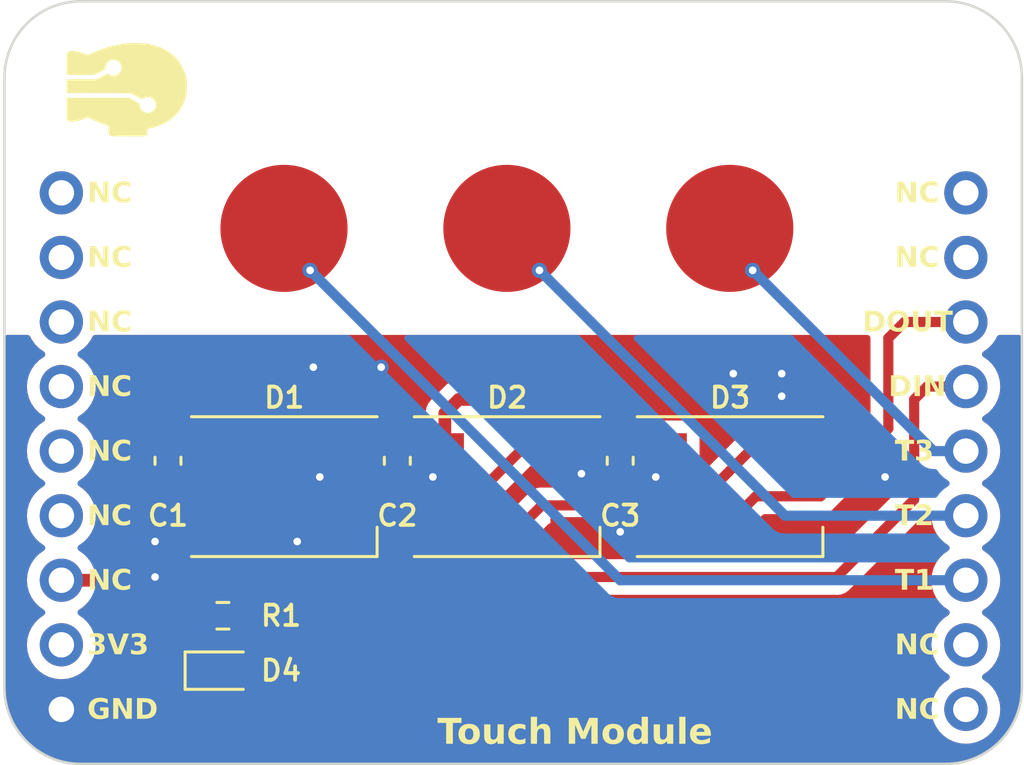
<source format=kicad_pcb>
(kicad_pcb (version 20221018) (generator pcbnew)
  (layers (0 "F.Cu" signal) (31 "B.Cu" signal) (34 "B.Paste" user) (35 "F.Paste" user) (36 "B.SilkS" user "B.Silkscreen") (37 "F.SilkS" user "F.Silkscreen") (38 "B.Mask" user) (39 "F.Mask" user) (44 "Edge.Cuts" user))
  (net 0 "")
  (net 1 "+5V")
  (net 2 "GND")
  (net 3 "TOUCH1")
  (net 4 "TOUCH2")
  (net 5 "TOUCH3")
  (net 17 "Net-(D1-DOUT)")
  (net 18 "DIN")
  (net 19 "Net-(D2-DOUT)")
  (net 20 "DOUT")
  (net 21 "Net-(D4-A)")
  (footprint "Library:touch" (layer "F.Cu") (at 66.421 50.673)
    (fp_text reference "U1" hide)
    (fp_text value "~" hide)
    (pad "1" smd circle (at -0.01 0) (size 5 5) (layers "F.Cu" "F.Paste" "F.Mask") (net 3 "TOUCH1"))
  )
  (footprint "LED_SMD:LED_WS2812B_PLCC4_5.0x5.0mm_P3.2mm" (layer "F.Cu") (at 83.947 60.833)
    (fp_text reference "D3" (at 0 -3.5) (layer "F.SilkS") (effects (font (size 0.8 0.8) (thickness 0.15) bold)))
    (fp_text value "WS2812B" hide)
    (fp_line (start -3.65 -2.75) (end 3.65 -2.75) (stroke (width 0.12)) (layer "F.SilkS"))
    (fp_line (start -3.65 2.75) (end 3.65 2.75) (stroke (width 0.12)) (layer "F.SilkS"))
    (fp_line (start 3.65 2.75) (end 3.65 1.6) (stroke (width 0.12)) (layer "F.SilkS"))
    (pad "1" smd rect (at -2.45 -1.65) (size 1.5 0.9) (layers "F.Cu" "F.Paste" "F.Mask") (net 1 "+5V"))
    (pad "2" smd rect (at -2.45 1.65) (size 1.5 0.9) (layers "F.Cu" "F.Paste" "F.Mask") (net 20 "DOUT"))
    (pad "3" smd rect (at 2.45 1.65) (size 1.5 0.9) (layers "F.Cu" "F.Paste" "F.Mask") (net 2 "GND"))
    (pad "4" smd rect (at 2.45 -1.65) (size 1.5 0.9) (layers "F.Cu" "F.Paste" "F.Mask") (net 19 "Net-(D2-DOUT)"))
  )
  (footprint "Capacitor_SMD:C_0603_1608Metric" (layer "F.Cu") (at 61.849 59.817 -90)
    (fp_text reference "C1" (at 2.159 0 -180) (layer "F.SilkS") (effects (font (size 0.8 0.8) (thickness 0.15) bold)))
    (fp_text value "0.1uF" hide)
    (fp_line (start -0.14058 -0.51) (end 0.14058 -0.51) (stroke (width 0.12)) (layer "F.SilkS"))
    (fp_line (start -0.14058 0.51) (end 0.14058 0.51) (stroke (width 0.12)) (layer "F.SilkS"))
    (pad "1" smd roundrect (at -0.775 0 270) (size 0.9 0.95) (layers "F.Cu" "F.Paste" "F.Mask") (net 1 "+5V"))
    (pad "2" smd roundrect (at 0.775 0 270) (size 0.9 0.95) (layers "F.Cu" "F.Paste" "F.Mask") (net 2 "GND"))
  )
  (footprint "Library:touch" (layer "F.Cu") (at 83.947 50.673)
    (fp_text reference "U3" hide)
    (fp_text value "~" hide)
    (pad "1" smd circle (at -0.01 0) (size 5 5) (layers "F.Cu" "F.Paste" "F.Mask") (net 5 "TOUCH3"))
  )
  (footprint "LED_SMD:LED_0603_1608Metric" (layer "F.Cu") (at 64.008 68.072)
    (fp_text reference "D4" (at 2.286 0) (layer "F.SilkS") (effects (font (size 0.8 0.8) (thickness 0.15) bold)))
    (fp_text value "LED" hide)
    (fp_line (start -1.485 -0.735) (end -1.485 0.735) (stroke (width 0.12)) (layer "F.SilkS"))
    (fp_line (start -1.485 0.735) (end 0.8 0.735) (stroke (width 0.12)) (layer "F.SilkS"))
    (fp_line (start 0.8 -0.735) (end -1.485 -0.735) (stroke (width 0.12)) (layer "F.SilkS"))
    (pad "1" smd roundrect (at -0.7875 0) (size 0.875 0.95) (layers "F.Cu" "F.Paste" "F.Mask") (net 2 "GND"))
    (pad "2" smd roundrect (at 0.7875 0) (size 0.875 0.95) (layers "F.Cu" "F.Paste" "F.Mask") (net 21 "Net-(D4-A)"))
  )
  (footprint "Moduler_:pin_header" (layer "F.Cu") (at 75.184 59.944)
    (fp_text reference "U4" hide)
    (fp_text value "~" hide)
    (fp_text user "NC" (at 15.24 10.16 unlocked) (layer "F.SilkS") (effects (font (size 0.8 0.8) (thickness 0.2) bold) (justify left bottom)))
    (fp_text user "GND" (at -16.51 10.16 unlocked) (layer "F.SilkS") (effects (font (size 0.8 0.8) (thickness 0.2) bold) (justify left bottom)))
    (fp_text user "NC" (at 15.24 7.62 unlocked) (layer "F.SilkS") (effects (font (size 0.8 0.8) (thickness 0.2) bold) (justify left bottom)))
    (fp_text user "DOUT" (at 13.97 -5.08 unlocked) (layer "F.SilkS") (effects (font (size 0.8 0.8) (thickness 0.2) bold) (justify left bottom)))
    (fp_text user "3V3" (at -16.51 7.62 unlocked) (layer "F.SilkS") (effects (font (size 0.8 0.8) (thickness 0.2) bold) (justify left bottom)))
    (fp_text user "T3" (at 15.24 0 unlocked) (layer "F.SilkS") (effects (font (size 0.8 0.8) (thickness 0.2) bold) (justify left bottom)))
    (fp_text user "NC" (at -16.51 2.54 unlocked) (layer "F.SilkS") (effects (font (size 0.8 0.8) (thickness 0.2) bold) (justify left bottom)))
    (fp_text user "T1" (at 15.24 5.08 unlocked) (layer "F.SilkS") (effects (font (size 0.8 0.8) (thickness 0.2) bold) (justify left bottom)))
    (fp_text user "T2" (at 15.24 2.54 unlocked) (layer "F.SilkS") (effects (font (size 0.8 0.8) (thickness 0.2) bold) (justify left bottom)))
    (fp_text user "Touch Module" (at -2.7432 11.176 unlocked) (layer "F.SilkS") (effects (font (thickness 0.2) bold) (justify left bottom)))
    (fp_text user "NC" (at -16.51 -7.62 unlocked) (layer "F.SilkS") (effects (font (size 0.8 0.8) (thickness 0.2) bold) (justify left bottom)))
    (fp_text user "NC" (at -16.51 0 unlocked) (layer "F.SilkS") (effects (font (size 0.8 0.8) (thickness 0.2) bold) (justify left bottom)))
    (fp_text user "NC" (at 15.24 -10.16 unlocked) (layer "F.SilkS") (effects (font (size 0.8 0.8) (thickness 0.2) bold) (justify left bottom)))
    (fp_text user "NC" (at 15.24 -7.62 unlocked) (layer "F.SilkS") (effects (font (size 0.8 0.8) (thickness 0.2) bold) (justify left bottom)))
    (fp_text user "NC" (at -16.51 -5.08 unlocked) (layer "F.SilkS") (effects (font (size 0.8 0.8) (thickness 0.2) bold) (justify left bottom)))
    (fp_text user "NC" (at -16.51 -10.16 unlocked) (layer "F.SilkS") (effects (font (size 0.8 0.8) (thickness 0.2) bold) (justify left bottom)))
    (fp_text user "NC" (at -16.51 5.08 unlocked) (layer "F.SilkS") (effects (font (size 0.8 0.8) (thickness 0.2) bold) (justify left bottom)))
    (fp_text user "NC" (at -16.51 -2.54 unlocked) (layer "F.SilkS") (effects (font (size 0.8 0.8) (thickness 0.2) bold) (justify left bottom)))
    (fp_text user "DIN" (at 14.986 -2.54 unlocked) (layer "F.SilkS") (effects (font (size 0.8 0.8) (thickness 0.2) bold) (justify left bottom)))
    (fp_poly (pts (xy -14.485582 -16.559009) (xy -14.360573 -16.554745) (xy -14.248636 -16.54798) (xy -14.157002 -16.538775) (xy -14.117924 -16.532703) (xy -13.929469 -16.491549) (xy -13.759531 -16.440533) (xy -13.595569 -16.375574) (xy -13.505604 -16.333511) (xy -13.302009 -16.218091) (xy -13.123321 -16.083397) (xy -12.969118 -15.928915) (xy -12.838978 -15.754131) (xy -12.73248 -15.558531) (xy -12.6492 -15.3416) (xy -12.625721 -15.261504) (xy -12.612959 -15.20932) (xy -12.603846 -15.156964) (xy -12.597806 -15.097579) (xy -12.594264 -15.024306) (xy -12.592645 -14.930288) (xy -12.59236 -14.863654) (xy -12.592671 -14.758539) (xy -12.594379 -14.67766) (xy -12.598173 -14.613669) (xy -12.604739 -14.559219) (xy -12.614766 -14.506962) (xy -12.628942 -14.449549) (xy -12.632287 -14.43698) (xy -12.705714 -14.221543) (xy -12.805363 -14.022972) (xy -12.930147 -13.842253) (xy -13.078978 -13.68037) (xy -13.250768 -13.538308) (xy -13.444431 -13.417053) (xy -13.658878 -13.317589) (xy -13.893022 -13.240901) (xy -13.975535 -13.220506) (xy -14.129547 -13.185381) (xy -14.129547 -13.083439) (xy -14.131087 -13.025365) (xy -14.138019 -12.987709) (xy -14.153807 -12.959356) (xy -14.17572 -12.935324) (xy -14.221893 -12.889151) (xy -14.898388 -12.889632) (xy -15.093554 -12.890179) (xy -15.257188 -12.891522) (xy -15.389336 -12.893662) (xy -15.490047 -12.896601) (xy -15.559371 -12.900339) (xy -15.597354 -12.904877) (xy -15.604006 -12.907041) (xy -15.639705 -12.944721) (xy -15.663541 -13.009816) (xy -15.675744 -13.103144) (xy -15.677582 -13.169023) (xy -15.677607 -13.307746) (xy -15.877323 -13.375342) (xy -15.973613 -13.410249) (xy -16.083694 -13.453796) (xy -16.193274 -13.500154) (xy -16.27912 -13.539209) (xy -16.481202 -13.63548) (xy -16.625058 -13.577237) (xy -16.814264 -13.51298) (xy -16.995657 -13.477073) (xy -17.112214 -13.468483) (xy -17.172568 -13.467793) (xy -17.210949 -13.471228) (xy -17.236949 -13.481681) (xy -17.260163 -13.502045) (xy -17.274123 -13.517292) (xy -17.320343 -13.568879) (xy -17.320343 -13.987224) (xy -17.320343 -14.405569) (xy -16.086926 -14.405569) (xy -14.85351 -14.405569) (xy -14.643801 -14.294889) (xy -14.56284 -14.251731) (xy -14.506066 -14.219928) (xy -14.469493 -14.196546) (xy -14.449134 -14.178651) (xy -14.441003 -14.163308) (xy -14.441111 -14.147581) (xy -14.441413 -14.14592) (xy -14.43976 -14.092795) (xy -14.421236 -14.027967) (xy -14.3904 -13.962942) (xy -14.35181 -13.909228) (xy -14.344762 -13.902005) (xy -14.296227 -13.865834) (xy -14.236644 -13.835404) (xy -14.214799 -13.827587) (xy -14.121045 -13.813694) (xy -14.033382 -13.827179) (xy -13.955509 -13.863953) (xy -13.891126 -13.919926) (xy -13.843932 -13.991011) (xy -13.817627 -14.073118) (xy -13.815911 -14.162158) (xy -13.838074 -14.243952) (xy -13.888707 -14.328311) (xy -13.95777 -14.389514) (xy -14.040589 -14.425955) (xy -14.132494 -14.436027) (xy -14.228811 -14.418125) (xy -14.281052 -14.396241) (xy -14.36193 -14.355321) (xy -14.581404 -14.471272) (xy -14.800878 -14.587224) (xy -16.06061 -14.591538) (xy -17.320343 -14.595853) (xy -17.320343 -14.86402) (xy -17.320343 -15.132186) (xy -16.736108 -15.132186) (xy -16.151873 -15.132186) (xy -15.92364 -15.25081) (xy -15.825628 -15.300328) (xy -15.752835 -15.333929) (xy -15.705794 -15.351385) (xy -15.685044 -15.352471) (xy -15.684533 -15.351839) (xy -15.664369 -15.334981) (xy -15.626413 -15.313259) (xy -15.608475 -15.304645) (xy -15.517344 -15.278515) (xy -15.42868 -15.280387) (xy -15.34665 -15.306716) (xy -15.27542 -15.353956) (xy -15.219157 -15.418565) (xy -15.182028 -15.496995) (xy -15.1682 -15.585704) (xy -15.178799 -15.670169) (xy -15.216089 -15.756834) (xy -15.2752 -15.826154) (xy -15.350432 -15.875231) (xy -15.436087 -15.901168) (xy -15.526465 -15.901066) (xy -15.594919 -15.881743) (xy -15.679764 -15.831605) (xy -15.7402 -15.761879) (xy -15.776844 -15.671686) (xy -15.787538 -15.6087) (xy -15.796027 -15.524455) (xy -16.008245 -15.415199) (xy -16.220463 -15.305942) (xy -16.770403 -15.305942) (xy -17.320343 -15.305942) (xy -17.320343 -15.73365) (xy -17.320343 -16.161358) (xy -17.27417 -16.207531) (xy -17.247441 -16.231634) (xy -17.221044 -16.24546) (xy -17.185152 -16.251797) (xy -17.129936 -16.253429) (xy -17.112261 -16.253429) (xy -16.965134 -16.242789) (xy -16.813828 -16.210492) (xy -16.650907 -16.15493) (xy -16.643254 -16.151886) (xy -16.580147 -16.127507) (xy -16.526736 -16.108472) (xy -16.490695 -16.097439) (xy -16.481152 -16.095743) (xy -16.459332 -16.102404) (xy -16.415439 -16.120594) (xy -16.35561 -16.147624) (xy -16.285983 -16.180807) (xy -16.277762 -16.184828) (xy -16.053998 -16.282606) (xy -15.80365 -16.369931) (xy -15.530295 -16.445763) (xy -15.237504 -16.509065) (xy -15.053614 -16.540657) (xy -14.971712 -16.549822) (xy -14.866727 -16.556178) (xy -14.74589 -16.559787) (xy -14.616431 -16.56071)) (fill solid) (layer "F.SilkS"))
    (fp_poly (pts (xy -19.759475 -15.361112) (xy -19.747896 -15.5134) (xy -19.728827 -15.663474) (xy -19.702457 -15.811146) (xy -19.668975 -15.956226) (xy -19.628568 -16.098527) (xy -19.581426 -16.23786) (xy -19.527736 -16.374037) (xy -19.467687 -16.506869) (xy -19.401468 -16.636168) (xy -19.329267 -16.761745) (xy -19.251272 -16.883413) (xy -19.167671 -17.000982) (xy -19.078654 -17.114264) (xy -18.984408 -17.223072) (xy -18.885122 -17.327215) (xy -18.780984 -17.426507) (xy -18.672182 -17.520758) (xy -18.558906 -17.609781) (xy -18.441343 -17.693386) (xy -18.319683 -17.771386) (xy -18.194112 -17.843591) (xy -18.06482 -17.909814) (xy -17.931995 -17.969866) (xy -17.795826 -18.023559) (xy -17.6565 -18.070704) (xy -17.514207 -18.111113) (xy -17.369134 -18.144597) (xy -17.221471 -18.170968) (xy -17.071405 -18.190038) (xy -16.919125 -18.201619) (xy -16.764819 -18.20552) (xy 17.238832 -18.20552) (xy 17.393137 -18.201619) (xy 17.545417 -18.190038) (xy 17.695483 -18.170968) (xy 17.843146 -18.144597) (xy 17.988219 -18.111113) (xy 18.130512 -18.070704) (xy 18.269837 -18.023559) (xy 18.406006 -17.969866) (xy 18.538831 -17.909814) (xy 18.668123 -17.843591) (xy 18.793694 -17.771386) (xy 18.915355 -17.693386) (xy 19.032917 -17.609781) (xy 19.146194 -17.520758) (xy 19.254995 -17.426507) (xy 19.359133 -17.327215) (xy 19.458419 -17.223072) (xy 19.552665 -17.114264) (xy 19.641683 -17.000982) (xy 19.725284 -16.883413) (xy 19.803279 -16.761745) (xy 19.87548 -16.636168) (xy 19.9417 -16.506869) (xy 20.001748 -16.374037) (xy 20.055438 -16.23786) (xy 20.102581 -16.098527) (xy 20.142987 -15.956226) (xy 20.17647 -15.811146) (xy 20.20284 -15.663474) (xy 20.221909 -15.5134) (xy 20.233488 -15.361112) (xy 20.23739 -15.206798) (xy 20.23739 8.797094) (xy 20.233488 8.951408) (xy 20.221909 9.103696) (xy 20.20284 9.25377) (xy 20.17647 9.401441) (xy 20.142987 9.546522) (xy 20.102581 9.688822) (xy 20.055438 9.828155) (xy 20.001748 9.964332) (xy 19.9417 10.097164) (xy 19.87548 10.226463) (xy 19.803279 10.352041) (xy 19.725284 10.473708) (xy 19.641683 10.591278) (xy 19.552665 10.70456) (xy 19.458419 10.813367) (xy 19.359133 10.917511) (xy 19.254995 11.016803) (xy 19.146194 11.111054) (xy 19.032917 11.200077) (xy 18.915355 11.283682) (xy 18.793694 11.361681) (xy 18.668123 11.433887) (xy 18.538831 11.50011) (xy 18.406006 11.560162) (xy 18.269837 11.613855) (xy 18.130512 11.661) (xy 17.988219 11.701409) (xy 17.843146 11.734893) (xy 17.695483 11.761265) (xy 17.545417 11.780334) (xy 17.393137 11.791915) (xy 17.238832 11.795817) (xy -16.764819 11.795817) (xy -16.919125 11.791915) (xy -17.071405 11.780334) (xy -17.221471 11.761265) (xy -17.369134 11.734893) (xy -17.514207 11.701409) (xy -17.6565 11.661) (xy -17.795826 11.613855) (xy -17.931995 11.560162) (xy -18.06482 11.50011) (xy -18.194112 11.433887) (xy -18.319683 11.361681) (xy -18.441343 11.283682) (xy -18.558906 11.200077) (xy -18.672182 11.111054) (xy -18.780984 11.016803) (xy -18.885122 10.917511) (xy -18.984408 10.813367) (xy -19.078654 10.70456) (xy -19.167671 10.591278) (xy -19.251272 10.473708) (xy -19.329267 10.352041) (xy -19.401468 10.226463) (xy -19.467687 10.097164) (xy -19.527736 9.964332) (xy -19.581426 9.828155) (xy -19.628568 9.688822) (xy -19.668975 9.546522) (xy -19.702457 9.401441) (xy -19.728827 9.25377) (xy -19.747896 9.103696) (xy -19.759475 8.951408) (xy -19.763377 8.797094) (xy -19.763377 -15.206798)) (stroke (width 0.1)) (fill none) (layer "Edge.Cuts"))
    (pad "1" thru_hole oval (at -17.526 -10.668) (size 1.7 1.7) (drill 1) (layers "*.Cu" "*.Mask"))
    (pad "2" thru_hole oval (at -17.526 -8.128) (size 1.7 1.7) (drill 1) (layers "*.Cu" "*.Mask"))
    (pad "3" thru_hole oval (at -17.526 -5.588) (size 1.7 1.7) (drill 1) (layers "*.Cu" "*.Mask"))
    (pad "4" thru_hole oval (at -17.526 -3.048) (size 1.7 1.7) (drill 1) (layers "*.Cu" "*.Mask"))
    (pad "5" thru_hole oval (at -17.526 -0.508) (size 1.7 1.7) (drill 1) (layers "*.Cu" "*.Mask"))
    (pad "6" thru_hole oval (at -17.526 2.032) (size 1.7 1.7) (drill 1) (layers "*.Cu" "*.Mask"))
    (pad "7" thru_hole oval (at -17.526 4.572) (size 1.7 1.7) (drill 1) (layers "*.Cu" "*.Mask") (net 1 "+5V"))
    (pad "8" thru_hole oval (at -17.526 7.112) (size 1.7 1.7) (drill 1) (layers "*.Cu" "*.Mask"))
    (pad "9" thru_hole oval (at -17.526 9.652) (size 1.7 1.7) (drill 1) (layers "*.Cu" "*.Mask") (net 2 "GND"))
    (pad "10" thru_hole oval (at 18.034 9.652) (size 1.7 1.7) (drill 1) (layers "*.Cu" "*.Mask"))
    (pad "11" thru_hole oval (at 18.034 7.112) (size 1.7 1.7) (drill 1) (layers "*.Cu" "*.Mask"))
    (pad "12" thru_hole oval (at 18.034 4.572) (size 1.7 1.7) (drill 1) (layers "*.Cu" "*.Mask") (net 3 "TOUCH1"))
    (pad "13" thru_hole oval (at 18.034 2.032) (size 1.7 1.7) (drill 1) (layers "*.Cu" "*.Mask") (net 4 "TOUCH2"))
    (pad "14" thru_hole oval (at 18.034 -0.508) (size 1.7 1.7) (drill 1) (layers "*.Cu" "*.Mask") (net 5 "TOUCH3"))
    (pad "15" thru_hole oval (at 18.034 -3.048) (size 1.7 1.7) (drill 1) (layers "*.Cu" "*.Mask") (net 18 "DIN"))
    (pad "16" thru_hole oval (at 18.034 -5.588) (size 1.7 1.7) (drill 1) (layers "*.Cu" "*.Mask") (net 20 "DOUT"))
    (pad "17" thru_hole oval (at 18.034 -8.128) (size 1.7 1.7) (drill 1) (layers "*.Cu" "*.Mask"))
    (pad "18" thru_hole oval (at 18.034 -10.668) (size 1.7 1.7) (drill 1) (layers "*.Cu" "*.Mask"))
  )
  (footprint "Capacitor_SMD:C_0603_1608Metric" (layer "F.Cu") (at 79.629 59.817 -90)
    (fp_text reference "C3" (at 2.159 0 -180) (layer "F.SilkS") (effects (font (size 0.8 0.8) (thickness 0.15) bold)))
    (fp_text value "0.1uF" hide)
    (fp_line (start -0.14058 -0.51) (end 0.14058 -0.51) (stroke (width 0.12)) (layer "F.SilkS"))
    (fp_line (start -0.14058 0.51) (end 0.14058 0.51) (stroke (width 0.12)) (layer "F.SilkS"))
    (pad "1" smd roundrect (at -0.775 0 270) (size 0.9 0.95) (layers "F.Cu" "F.Paste" "F.Mask") (net 1 "+5V"))
    (pad "2" smd roundrect (at 0.775 0 270) (size 0.9 0.95) (layers "F.Cu" "F.Paste" "F.Mask") (net 2 "GND"))
  )
  (footprint "LED_SMD:LED_WS2812B_PLCC4_5.0x5.0mm_P3.2mm" (layer "F.Cu") (at 66.421 60.833)
    (fp_text reference "D1" (at 0 -3.5) (layer "F.SilkS") (effects (font (size 0.8 0.8) (thickness 0.15) bold)))
    (fp_text value "WS2812B" hide)
    (fp_line (start -3.65 -2.75) (end 3.65 -2.75) (stroke (width 0.12)) (layer "F.SilkS"))
    (fp_line (start -3.65 2.75) (end 3.65 2.75) (stroke (width 0.12)) (layer "F.SilkS"))
    (fp_line (start 3.65 2.75) (end 3.65 1.6) (stroke (width 0.12)) (layer "F.SilkS"))
    (pad "1" smd rect (at -2.45 -1.65) (size 1.5 0.9) (layers "F.Cu" "F.Paste" "F.Mask") (net 1 "+5V"))
    (pad "2" smd rect (at -2.45 1.65) (size 1.5 0.9) (layers "F.Cu" "F.Paste" "F.Mask") (net 17 "Net-(D1-DOUT)"))
    (pad "3" smd rect (at 2.45 1.65) (size 1.5 0.9) (layers "F.Cu" "F.Paste" "F.Mask") (net 2 "GND"))
    (pad "4" smd rect (at 2.45 -1.65) (size 1.5 0.9) (layers "F.Cu" "F.Paste" "F.Mask") (net 18 "DIN"))
  )
  (footprint "Capacitor_SMD:C_0603_1608Metric" (layer "F.Cu") (at 70.866 59.817 -90)
    (fp_text reference "C2" (at 2.159 0 -180) (layer "F.SilkS") (effects (font (size 0.8 0.8) (thickness 0.15) bold)))
    (fp_text value "0.1uF" hide)
    (fp_line (start -0.14058 -0.51) (end 0.14058 -0.51) (stroke (width 0.12)) (layer "F.SilkS"))
    (fp_line (start -0.14058 0.51) (end 0.14058 0.51) (stroke (width 0.12)) (layer "F.SilkS"))
    (pad "1" smd roundrect (at -0.775 0 270) (size 0.9 0.95) (layers "F.Cu" "F.Paste" "F.Mask") (net 1 "+5V"))
    (pad "2" smd roundrect (at 0.775 0 270) (size 0.9 0.95) (layers "F.Cu" "F.Paste" "F.Mask") (net 2 "GND"))
  )
  (footprint "LED_SMD:LED_WS2812B_PLCC4_5.0x5.0mm_P3.2mm" (layer "F.Cu") (at 75.184 60.833)
    (fp_text reference "D2" (at 0 -3.5) (layer "F.SilkS") (effects (font (size 0.8 0.8) (thickness 0.15) bold)))
    (fp_text value "WS2812B" hide)
    (fp_line (start -3.65 -2.75) (end 3.65 -2.75) (stroke (width 0.12)) (layer "F.SilkS"))
    (fp_line (start -3.65 2.75) (end 3.65 2.75) (stroke (width 0.12)) (layer "F.SilkS"))
    (fp_line (start 3.65 2.75) (end 3.65 1.6) (stroke (width 0.12)) (layer "F.SilkS"))
    (pad "1" smd rect (at -2.45 -1.65) (size 1.5 0.9) (layers "F.Cu" "F.Paste" "F.Mask") (net 1 "+5V"))
    (pad "2" smd rect (at -2.45 1.65) (size 1.5 0.9) (layers "F.Cu" "F.Paste" "F.Mask") (net 19 "Net-(D2-DOUT)"))
    (pad "3" smd rect (at 2.45 1.65) (size 1.5 0.9) (layers "F.Cu" "F.Paste" "F.Mask") (net 2 "GND"))
    (pad "4" smd rect (at 2.45 -1.65) (size 1.5 0.9) (layers "F.Cu" "F.Paste" "F.Mask") (net 17 "Net-(D1-DOUT)"))
  )
  (footprint "Resistor_SMD:R_0603_1608Metric" (layer "F.Cu") (at 64.008 65.913)
    (fp_text reference "R1" (at 2.286 0) (layer "F.SilkS") (effects (font (size 0.8 0.8) (thickness 0.15) bold)))
    (fp_text value "470R" hide)
    (fp_line (start -0.237258 -0.5225) (end 0.237258 -0.5225) (stroke (width 0.12)) (layer "F.SilkS"))
    (fp_line (start -0.237258 0.5225) (end 0.237258 0.5225) (stroke (width 0.12)) (layer "F.SilkS"))
    (pad "1" smd roundrect (at -0.825 0) (size 0.8 0.95) (layers "F.Cu" "F.Paste" "F.Mask") (net 1 "+5V"))
    (pad "2" smd roundrect (at 0.825 0) (size 0.8 0.95) (layers "F.Cu" "F.Paste" "F.Mask") (net 21 "Net-(D4-A)"))
  )
  (footprint "Library:touch" (layer "F.Cu") (at 75.184 50.673)
    (fp_text reference "U2" hide)
    (fp_text value "~" hide)
    (pad "1" smd circle (at -0.01 0) (size 5 5) (layers "F.Cu" "F.Paste" "F.Mask") (net 4 "TOUCH2"))
  )
  (segment (start 63.83 59.042) (end 63.971 59.183) (width 0.5) (layer "F.Cu") (net 1))
  (segment (start 73.279 57.404) (end 78.994 57.404) (width 0.5) (layer "F.Cu") (net 1))
  (segment (start 61.804339 65.913) (end 63.183 65.913) (width 0.5) (layer "F.Cu") (net 1))
  (segment (start 70.358 57.531) (end 70.866 58.039) (width 0.5) (layer "F.Cu") (net 1))
  (segment (start 60.242661 64.516) (end 57.658 64.516) (width 0.5) (layer "F.Cu") (net 1))
  (segment (start 78.994 57.404) (end 79.629 58.039) (width 0.5) (layer "F.Cu") (net 1))
  (segment (start 63.971 58.203) (end 64.643 57.531) (width 0.5) (layer "F.Cu") (net 1))
  (segment (start 72.734 57.949) (end 73.279 57.404) (width 0.5) (layer "F.Cu") (net 1))
  (segment (start 61.849 59.042) (end 63.83 59.042) (width 0.5) (layer "F.Cu") (net 1))
  (segment (start 61.849 59.042) (end 60.592 59.042) (width 0.5) (layer "F.Cu") (net 1))
  (segment (start 72.593 59.042) (end 72.734 59.183) (width 0.5) (layer "F.Cu") (net 1))
  (segment (start 70.866 59.042) (end 72.593 59.042) (width 0.5) (layer "F.Cu") (net 1))
  (segment (start 60.325 64.433661) (end 61.804339 65.913) (width 0.5) (layer "F.Cu") (net 1))
  (segment (start 60.592 59.042) (end 60.325 59.309) (width 0.5) (layer "F.Cu") (net 1))
  (segment (start 79.629 58.039) (end 79.629 59.042) (width 0.5) (layer "F.Cu") (net 1))
  (segment (start 70.866 58.039) (end 70.866 59.042) (width 0.5) (layer "F.Cu") (net 1))
  (segment (start 60.325 59.309) (end 60.325 63.754) (width 0.5) (layer "F.Cu") (net 1))
  (segment (start 72.734 59.183) (end 72.734 57.949) (width 0.5) (layer "F.Cu") (net 1))
  (segment (start 60.325 64.433661) (end 60.242661 64.516) (width 0.5) (layer "F.Cu") (net 1))
  (segment (start 63.971 59.183) (end 63.971 58.203) (width 0.5) (layer "F.Cu") (net 1))
  (segment (start 60.325 63.754) (end 60.325 64.433661) (width 0.5) (layer "F.Cu") (net 1))
  (segment (start 81.356 59.042) (end 81.497 59.183) (width 0.5) (layer "F.Cu") (net 1))
  (segment (start 79.629 59.042) (end 81.356 59.042) (width 0.5) (layer "F.Cu") (net 1))
  (segment (start 64.643 57.531) (end 70.358 57.531) (width 0.5) (layer "F.Cu") (net 1))
  (via (at 61.341 62.992) (size 0.6) (drill 0.3) (layers "F.Cu" "B.Cu") (net 2))
  (via (at 67.818 60.452) (size 0.6) (drill 0.3) (layers "F.Cu" "B.Cu") (net 2))
  (via (at 81.026 60.452) (size 0.6) (drill 0.3) (layers "F.Cu" "B.Cu") (net 2))
  (via (at 79.629 62.611) (size 0.6) (drill 0.3) (layers "F.Cu" "B.Cu") (net 2))
  (via (at 61.341 64.389) (size 0.6) (drill 0.3) (layers "F.Cu" "B.Cu") (net 2))
  (via (at 72.263 60.452) (size 0.6) (drill 0.3) (layers "F.Cu" "B.Cu") (net 2))
  (via (at 85.979 57.277) (size 0.6) (drill 0.3) (layers "F.Cu" "B.Cu") (net 2))
  (via (at 84.074 56.388) (size 0.6) (drill 0.3) (layers "F.Cu" "B.Cu") (net 2))
  (via (at 70.231 56.134) (size 0.6) (drill 0.3) (layers "F.Cu" "B.Cu") (net 2))
  (via (at 66.929 62.992) (size 0.6) (drill 0.3) (layers "F.Cu" "B.Cu") (net 2))
  (via (at 85.979 56.388) (size 0.6) (drill 0.3) (layers "F.Cu" "B.Cu") (net 2))
  (via (at 67.564 56.134) (size 0.6) (drill 0.3) (layers "F.Cu" "B.Cu") (net 2))
  (via (at 90.043 60.452) (size 0.6) (drill 0.3) (layers "F.Cu" "B.Cu") (net 2))
  (via (at 78.105 60.325) (size 0.6) (drill 0.3) (layers "F.Cu" "B.Cu") (net 2))
  (segment (start 67.437 52.324) (end 67.437 52.363843) (width 0.4) (layer "F.Cu") (net 3))
  (via (at 67.437 52.324) (size 0.6) (drill 0.3) (layers "F.Cu" "B.Cu") (net 3))
  (segment (start 79.629 64.516) (end 67.437 52.324) (width 0.4) (layer "B.Cu") (net 3))
  (segment (start 93.218 64.516) (end 79.629 64.516) (width 0.4) (layer "B.Cu") (net 3))
  (via (at 76.454 52.324) (size 0.6) (drill 0.3) (layers "F.Cu" "B.Cu") (net 4))
  (segment (start 76.454 52.324) (end 86.106 61.976) (width 0.4) (layer "B.Cu") (net 4))
  (segment (start 86.106 61.976) (end 93.218 61.976) (width 0.4) (layer "B.Cu") (net 4))
  (via (at 84.836 52.324) (size 0.6) (drill 0.3) (layers "F.Cu" "B.Cu") (net 5))
  (segment (start 91.948 59.436) (end 93.218 59.436) (width 0.4) (layer "B.Cu") (net 5))
  (segment (start 84.836 52.324) (end 91.948 59.436) (width 0.4) (layer "B.Cu") (net 5))
  (segment (start 63.971 62.483) (end 63.971 62.013) (width 0.4) (layer "F.Cu") (net 17))
  (segment (start 63.971 62.013) (end 64.390868 61.593132) (width 0.4) (layer "F.Cu") (net 17))
  (segment (start 64.390868 61.593132) (end 73.534868 61.593132) (width 0.4) (layer "F.Cu") (net 17))
  (segment (start 73.534868 61.593132) (end 75.945 59.183) (width 0.4) (layer "F.Cu") (net 17))
  (segment (start 75.945 59.183) (end 77.634 59.183) (width 0.4) (layer "F.Cu") (net 17))
  (segment (start 63.627 60.706) (end 62.23 62.103) (width 0.4) (layer "F.Cu") (net 18))
  (segment (start 91.694 56.896) (end 93.218 56.896) (width 0.4) (layer "F.Cu") (net 18))
  (segment (start 67.309 59.183) (end 65.786 60.706) (width 0.4) (layer "F.Cu") (net 18))
  (segment (start 62.23 63.5) (end 63.119 64.389) (width 0.4) (layer "F.Cu") (net 18))
  (segment (start 88.138 64.389) (end 91.186 61.341) (width 0.4) (layer "F.Cu") (net 18))
  (segment (start 65.786 60.706) (end 63.627 60.706) (width 0.4) (layer "F.Cu") (net 18))
  (segment (start 68.871 59.183) (end 67.309 59.183) (width 0.4) (layer "F.Cu") (net 18))
  (segment (start 91.186 57.404) (end 91.694 56.896) (width 0.4) (layer "F.Cu") (net 18))
  (segment (start 62.23 62.103) (end 62.23 63.5) (width 0.4) (layer "F.Cu") (net 18))
  (segment (start 63.119 64.389) (end 88.138 64.389) (width 0.4) (layer "F.Cu") (net 18))
  (segment (start 91.186 61.341) (end 91.186 57.404) (width 0.4) (layer "F.Cu") (net 18))
  (segment (start 84.962 59.183) (end 86.397 59.183) (width 0.4) (layer "F.Cu") (net 19))
  (segment (start 76.546417 61.570583) (end 82.574417 61.570583) (width 0.4) (layer "F.Cu") (net 19))
  (segment (start 75.634 62.483) (end 76.546417 61.570583) (width 0.4) (layer "F.Cu") (net 19))
  (segment (start 82.574417 61.570583) (end 84.962 59.183) (width 0.4) (layer "F.Cu") (net 19))
  (segment (start 72.734 62.483) (end 75.634 62.483) (width 0.4) (layer "F.Cu") (net 19))
  (segment (start 81.497 62.483) (end 83.694 62.483) (width 0.4) (layer "F.Cu") (net 20))
  (segment (start 90.805 54.356) (end 93.218 54.356) (width 0.4) (layer "F.Cu") (net 20))
  (segment (start 90.17 54.991) (end 90.805 54.356) (width 0.4) (layer "F.Cu") (net 20))
  (segment (start 87.503 61.214) (end 90.17 58.547) (width 0.4) (layer "F.Cu") (net 20))
  (segment (start 83.694 62.483) (end 84.963 61.214) (width 0.4) (layer "F.Cu") (net 20))
  (segment (start 84.963 61.214) (end 87.503 61.214) (width 0.4) (layer "F.Cu") (net 20))
  (segment (start 90.17 58.547) (end 90.17 54.991) (width 0.4) (layer "F.Cu") (net 20))
  (segment (start 64.833 68.0345) (end 64.7955 68.072) (width 0.5) (layer "F.Cu") (net 21))
  (segment (start 64.833 65.913) (end 64.833 68.0345) (width 0.5) (layer "F.Cu") (net 21))
  (zone (net 2) (net_name "GND") (layers "F&B.Cu") (connect_pads yes (clearance 0.5)) (min_thickness 0.25) (fill yes (thermal_gap 0.5) (thermal_bridge_width 0.5))
    (polygon (pts (xy 95.504 54.864) (xy 95.504 71.755) (xy 55.245 71.755) (xy 55.245 54.864)))
  )
)
</source>
